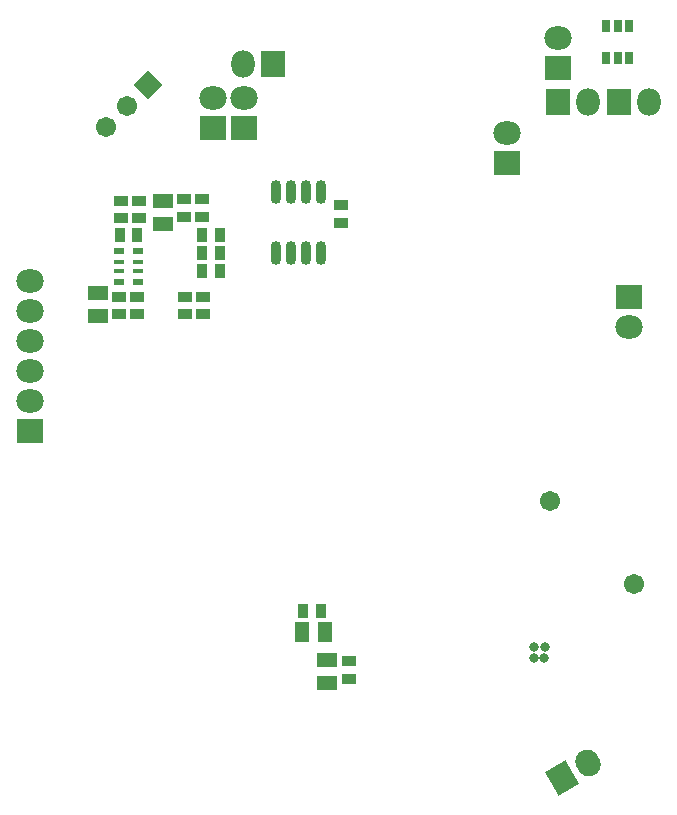
<source format=gbs>
G04*
G04 #@! TF.GenerationSoftware,Altium Limited,Altium Designer,21.1.1 (26)*
G04*
G04 Layer_Color=16711935*
%FSLAX25Y25*%
%MOIN*%
G70*
G04*
G04 #@! TF.SameCoordinates,03695714-3163-4FEE-998C-4D1AEBC88490*
G04*
G04*
G04 #@! TF.FilePolarity,Negative*
G04*
G01*
G75*
%ADD61R,0.04737X0.03753*%
%ADD62R,0.03753X0.04737*%
%ADD64R,0.06509X0.04540*%
%ADD66R,0.04540X0.06509*%
%ADD69R,0.02762X0.04337*%
%ADD98C,0.06706*%
%ADD99O,0.07887X0.09068*%
%ADD100R,0.07887X0.09068*%
G04:AMPARAMS|DCode=101|XSize=78.87mil|YSize=90.68mil|CornerRadius=0mil|HoleSize=0mil|Usage=FLASHONLY|Rotation=30.000|XOffset=0mil|YOffset=0mil|HoleType=Round|Shape=Round|*
%AMOVALD101*
21,1,0.01181,0.07887,0.00000,0.00000,120.0*
1,1,0.07887,0.00295,-0.00511*
1,1,0.07887,-0.00295,0.00511*
%
%ADD101OVALD101*%

G04:AMPARAMS|DCode=102|XSize=78.87mil|YSize=90.68mil|CornerRadius=0mil|HoleSize=0mil|Usage=FLASHONLY|Rotation=30.000|XOffset=0mil|YOffset=0mil|HoleType=Round|Shape=Rectangle|*
%AMROTATEDRECTD102*
4,1,4,-0.01148,-0.05898,-0.05682,0.01955,0.01148,0.05898,0.05682,-0.01955,-0.01148,-0.05898,0.0*
%
%ADD102ROTATEDRECTD102*%

%ADD103R,0.09068X0.07887*%
%ADD104O,0.09068X0.07887*%
%ADD105P,0.09483X4X270.0*%
%ADD106C,0.03162*%
%ADD131R,0.03347X0.02362*%
%ADD132R,0.03347X0.01575*%
%ADD134O,0.03556X0.07887*%
D61*
X-78107Y26920D02*
D03*
X-78107Y21015D02*
D03*
X-84107Y20967D02*
D03*
X-84107Y26873D02*
D03*
X-106107Y20967D02*
D03*
X-106107Y26873D02*
D03*
X-100107Y26873D02*
D03*
X-100107Y20967D02*
D03*
X-105607Y52968D02*
D03*
X-105607Y58873D02*
D03*
X-99607Y52968D02*
D03*
X-99607Y58873D02*
D03*
X-84607Y59373D02*
D03*
X-84607Y53468D02*
D03*
X-78607Y59373D02*
D03*
Y53468D02*
D03*
X-29500Y-94547D02*
D03*
X-29500Y-100453D02*
D03*
X-32303Y57521D02*
D03*
Y51615D02*
D03*
D62*
X-72654Y47420D02*
D03*
X-78559Y47420D02*
D03*
X-72654Y41420D02*
D03*
X-78559Y41420D02*
D03*
X-78559Y35420D02*
D03*
X-72654Y35420D02*
D03*
X-106059Y47420D02*
D03*
X-100154Y47420D02*
D03*
X-44953Y-78000D02*
D03*
X-39047D02*
D03*
D64*
X-113107Y28259D02*
D03*
X-113107Y20582D02*
D03*
X-91607Y58759D02*
D03*
X-91607Y51082D02*
D03*
X-37000Y-101839D02*
D03*
Y-94161D02*
D03*
D66*
X-45339Y-85000D02*
D03*
X-37661D02*
D03*
D69*
X63705Y106380D02*
D03*
X59965Y106380D02*
D03*
X56225Y106380D02*
D03*
X56225Y117207D02*
D03*
X59965Y117207D02*
D03*
X63705Y117207D02*
D03*
D98*
X37581Y-41081D02*
D03*
X65419Y-68919D02*
D03*
X-110571Y83429D02*
D03*
X-103500Y90500D02*
D03*
D99*
X-65000Y104500D02*
D03*
X70465Y91793D02*
D03*
X49965Y91793D02*
D03*
D100*
X-55000Y104500D02*
D03*
X60465Y91793D02*
D03*
X39965D02*
D03*
D101*
X50000Y-128500D02*
D03*
D102*
X41340Y-133500D02*
D03*
D103*
X-136000Y-18000D02*
D03*
X-64500Y83000D02*
D03*
X-75000Y83000D02*
D03*
X23202Y71320D02*
D03*
X63632Y26693D02*
D03*
X39965Y103293D02*
D03*
D104*
X-136000Y-8000D02*
D03*
X-136000Y2000D02*
D03*
X-136000Y12000D02*
D03*
X-136000Y22000D02*
D03*
X-136000Y32000D02*
D03*
X-64500Y93000D02*
D03*
X-75000Y93000D02*
D03*
X23202Y81320D02*
D03*
X63632Y16693D02*
D03*
X39965Y113293D02*
D03*
D105*
X-96429Y97571D02*
D03*
D106*
X32072Y-93452D02*
D03*
X32072Y-89811D02*
D03*
X35517Y-93452D02*
D03*
X35615Y-89811D02*
D03*
D131*
X-99752Y31882D02*
D03*
X-99752Y42118D02*
D03*
X-106248Y42118D02*
D03*
X-106248Y31882D02*
D03*
D132*
X-99752Y35425D02*
D03*
X-99752Y38575D02*
D03*
X-106248Y38575D02*
D03*
X-106248Y35425D02*
D03*
D134*
X-38803Y41332D02*
D03*
X-43803Y41332D02*
D03*
X-48803Y41332D02*
D03*
X-53803Y41332D02*
D03*
X-38803Y61804D02*
D03*
X-43803Y61804D02*
D03*
X-48803Y61804D02*
D03*
X-53803Y61804D02*
D03*
M02*

</source>
